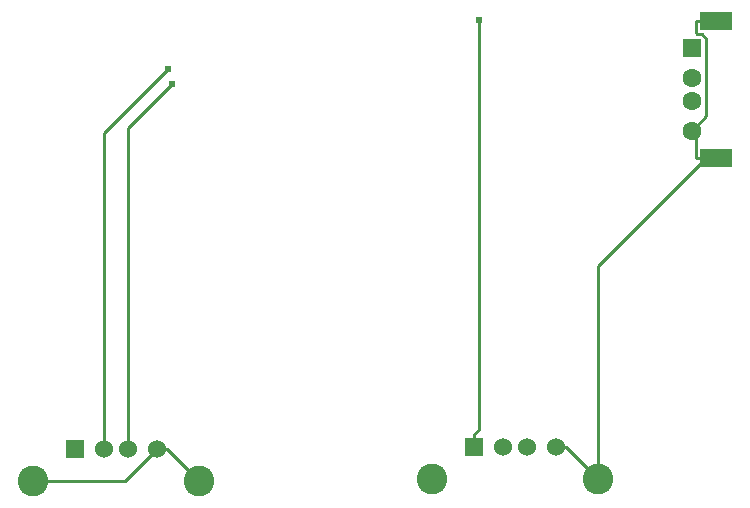
<source format=gbl>
G04 Layer: BottomLayer*
G04 EasyEDA v6.5.44, 2024-08-15 16:09:49*
G04 6019c0ef6d974e658929918cbd89991a,14e18c81352b4cb09636949e9aeec340,10*
G04 Gerber Generator version 0.2*
G04 Scale: 100 percent, Rotated: No, Reflected: No *
G04 Dimensions in millimeters *
G04 leading zeros omitted , absolute positions ,4 integer and 5 decimal *
%FSLAX45Y45*%
%MOMM*%

%ADD10C,0.2540*%
%ADD11R,2.8000X1.6000*%
%ADD12R,1.6000X1.6000*%
%ADD13C,1.6000*%
%ADD14C,2.6000*%
%ADD15C,1.5240*%
%ADD16R,1.5240X1.5240*%
%ADD17C,0.6096*%

%LPD*%
D10*
X2140686Y4148709D02*
G01*
X1869694Y3877716D01*
X1090701Y3877716D01*
X2140686Y4148709D02*
G01*
X2219706Y4148709D01*
X2490698Y3877716D01*
X6785127Y6608216D02*
G01*
X5868898Y5691987D01*
X5868898Y3890416D01*
X6785127Y6608216D02*
G01*
X6701129Y6608216D01*
X6869099Y6608216D02*
G01*
X6785127Y6608216D01*
X5518886Y4161409D02*
G01*
X5597906Y4161409D01*
X5868898Y3890416D01*
X6869099Y7768209D02*
G01*
X6701129Y7768209D01*
X6701129Y7768209D02*
G01*
X6701129Y7667650D01*
X6708520Y7660259D01*
X6749770Y7660259D01*
X6790994Y7619034D01*
X6790994Y6960108D01*
X6669100Y6838213D01*
X6669100Y6838213D02*
G01*
X6701129Y6806184D01*
X6701129Y6608216D01*
X4818888Y4161409D02*
G01*
X4818888Y4265574D01*
X4818888Y4265574D02*
G01*
X4867986Y4314672D01*
X4867986Y7774787D01*
X1690700Y4148709D02*
G01*
X1690700Y6822541D01*
X2234158Y7366000D01*
X1890699Y4148709D02*
G01*
X1890699Y6859828D01*
X2269870Y7239000D01*
D11*
G01*
X6869099Y6608190D03*
G01*
X6869099Y7768209D03*
D12*
G01*
X6669100Y7538186D03*
D13*
G01*
X6669100Y7288199D03*
G01*
X6669100Y7088200D03*
G01*
X6669100Y6838187D03*
D14*
G01*
X1090701Y3877690D03*
G01*
X2490698Y3877690D03*
D15*
G01*
X2140686Y4148683D03*
G01*
X1890699Y4148683D03*
G01*
X1690700Y4148683D03*
D16*
G01*
X1440687Y4148683D03*
D14*
G01*
X4468901Y3890390D03*
G01*
X5868898Y3890390D03*
D15*
G01*
X5518886Y4161383D03*
G01*
X5268899Y4161383D03*
G01*
X5068900Y4161383D03*
D16*
G01*
X4818888Y4161383D03*
D17*
G01*
X4867986Y7774787D03*
G01*
X2234158Y7366000D03*
G01*
X2269870Y7239000D03*
M02*

</source>
